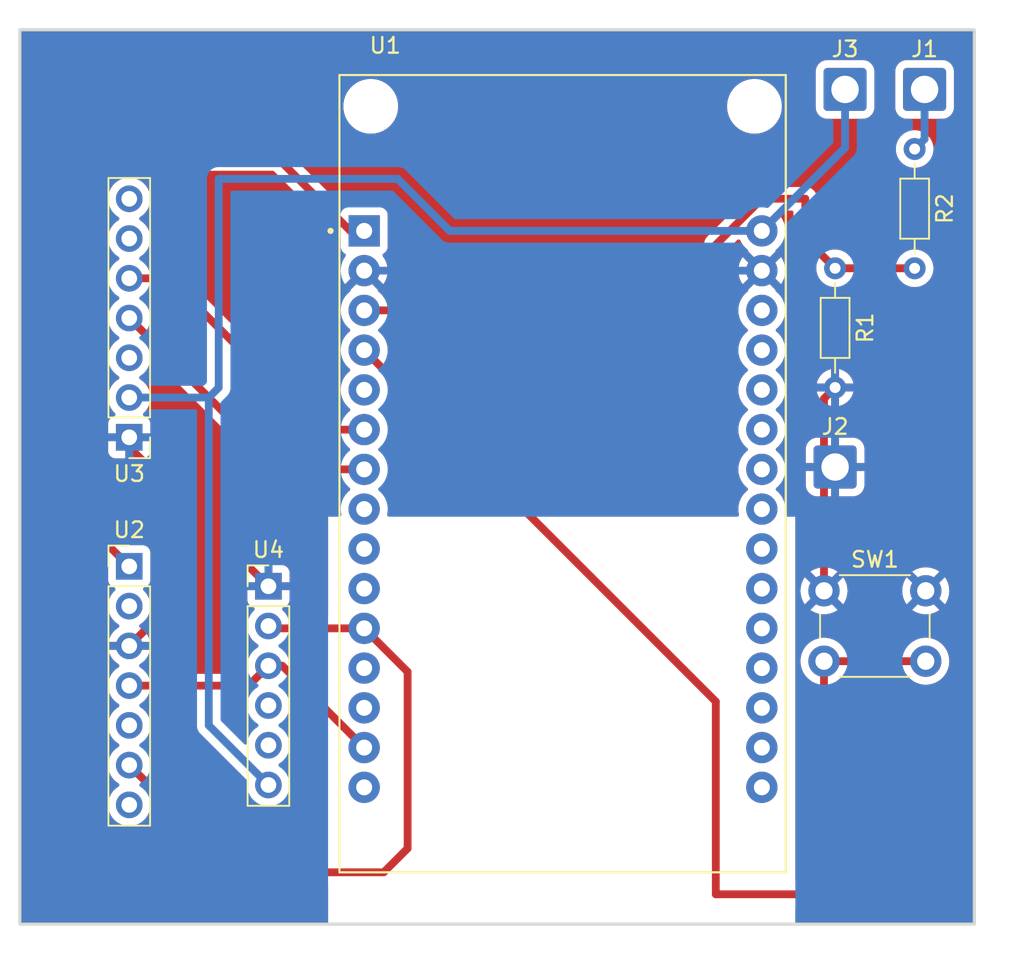
<source format=kicad_pcb>
(kicad_pcb (version 20221018) (generator pcbnew)
  (layers (0 "F.Cu" signal) (31 "B.Cu" signal) (34 "B.Paste" user) (35 "F.Paste" user) (36 "B.SilkS" user "B.Silkscreen") (37 "F.SilkS" user "F.Silkscreen") (38 "B.Mask" user) (39 "F.Mask" user) (44 "Edge.Cuts" user))
  (net 0 "")
  (net 1 "+3.3V")
  (net 2 "GND")
  (net 3 "Net-(U1-D15)")
  (net 4 "Net-(U1-D2)")
  (net 6 "Net-(U1-RX2)")
  (net 7 "Net-(U1-TX2)")
  (net 11 "Net-(U1-D21)")
  (net 14 "Net-(U1-D22)")
  (net 16 "+5V")
  (net 38 "Net-(BMS_and_STEPDOWN1-B+_BMS)")
  (net 39 "Net-(BT2--)")
  (footprint "Resistor_THT:R_Axial_DIN0204_L3.6mm_D1.6mm_P7.62mm_Horizontal" (layer "F.Cu") (at 137.16 69.85 -90)
    (fp_text reference "R1" (at 3.81 -1.92 90) (layer "F.SilkS"))
    (fp_text value "10k")
    (fp_line (start 0.94 0) (end 1.89 0) (stroke (width 0.12)) (layer "F.SilkS"))
    (fp_line (start 1.89 -0.92) (end 1.89 0.92) (stroke (width 0.12)) (layer "F.SilkS"))
    (fp_line (start 1.89 0.92) (end 5.73 0.92) (stroke (width 0.12)) (layer "F.SilkS"))
    (fp_line (start 5.73 -0.92) (end 1.89 -0.92) (stroke (width 0.12)) (layer "F.SilkS"))
    (fp_line (start 5.73 0.92) (end 5.73 -0.92) (stroke (width 0.12)) (layer "F.SilkS"))
    (fp_line (start 6.68 0) (end 5.73 0) (stroke (width 0.12)) (layer "F.SilkS"))
    (pad "1" thru_hole circle (at 0 0 270) (size 1.4 1.4) (drill 0.7) (layers "*.Cu" "*.Mask") (net 3 "Net-(U1-D15)"))
    (pad "2" thru_hole oval (at 7.62 0 270) (size 1.4 1.4) (drill 0.7) (layers "*.Cu" "*.Mask") (net 39 "Net-(BT2--)"))
  )
  (footprint "Connector_Wire:SolderWire-1sqmm_1x01_D1.4mm_OD2.7mm" (layer "F.Cu") (at 137.16 82.55)
    (fp_text reference "J2" (at 0 -2.58) (layer "F.SilkS"))
    (fp_text value "GND")
    (pad "1" thru_hole roundrect (at 0 0) (size 2.75 2.75) (drill 1.75) (layers "*.Cu" "*.Mask") (roundrect_rratio 0.090909) (net 2 "GND"))
  )
  (footprint "Connector_PinHeader_2.54mm:PinHeader_1x07_P2.54mm_Vertical" (layer "F.Cu") (at 92.075 80.65 180)
    (fp_text reference "U3" (at 0 -2.33) (layer "F.SilkS"))
    (fp_text value "pm25sensor")
    (fp_line (start -1.33 -1.33) (end 0 -1.33) (stroke (width 0.12)) (layer "F.SilkS"))
    (fp_line (start -1.33 0) (end -1.33 -1.33) (stroke (width 0.12)) (layer "F.SilkS"))
    (fp_line (start -1.33 1.27) (end -1.33 16.57) (stroke (width 0.12)) (layer "F.SilkS"))
    (fp_line (start -1.33 1.27) (end 1.33 1.27) (stroke (width 0.12)) (layer "F.SilkS"))
    (fp_line (start -1.33 16.57) (end 1.33 16.57) (stroke (width 0.12)) (layer "F.SilkS"))
    (fp_line (start 1.33 1.27) (end 1.33 16.57) (stroke (width 0.12)) (layer "F.SilkS"))
    (pad "1" thru_hole rect (at 0 0 180) (size 1.7 1.7) (drill 1) (layers "*.Cu" "*.Mask") (net 2 "GND"))
    (pad "2" thru_hole oval (at 0 2.54 180) (size 1.7 1.7) (drill 1) (layers "*.Cu" "*.Mask") (net 16 "+5V"))
    (pad "3" thru_hole oval (at 0 5.08 180) (size 1.7 1.7) (drill 1) (layers "*.Cu" "*.Mask"))
    (pad "4" thru_hole oval (at 0 7.62 180) (size 1.7 1.7) (drill 1) (layers "*.Cu" "*.Mask") (net 7 "Net-(U1-TX2)"))
    (pad "5" thru_hole oval (at 0 10.16 180) (size 1.7 1.7) (drill 1) (layers "*.Cu" "*.Mask") (net 6 "Net-(U1-RX2)"))
    (pad "6" thru_hole oval (at 0 12.7 180) (size 1.7 1.7) (drill 1) (layers "*.Cu" "*.Mask"))
    (pad "7" thru_hole oval (at 0 15.24 180) (size 1.7 1.7) (drill 1) (layers "*.Cu" "*.Mask"))
  )
  (footprint "Connector_PinHeader_2.54mm:PinHeader_1x07_P2.54mm_Vertical" (layer "F.Cu") (at 92.075 88.9)
    (fp_text reference "U2" (at 0 -2.33) (layer "F.SilkS"))
    (fp_text value "BME280")
    (fp_line (start -1.33 -1.33) (end 0 -1.33) (stroke (width 0.12)) (layer "F.SilkS"))
    (fp_line (start -1.33 0) (end -1.33 -1.33) (stroke (width 0.12)) (layer "F.SilkS"))
    (fp_line (start -1.33 1.27) (end -1.33 16.57) (stroke (width 0.12)) (layer "F.SilkS"))
    (fp_line (start -1.33 1.27) (end 1.33 1.27) (stroke (width 0.12)) (layer "F.SilkS"))
    (fp_line (start -1.33 16.57) (end 1.33 16.57) (stroke (width 0.12)) (layer "F.SilkS"))
    (fp_line (start 1.33 1.27) (end 1.33 16.57) (stroke (width 0.12)) (layer "F.SilkS"))
    (pad "1" thru_hole rect (at 0 0) (size 1.7 1.7) (drill 1) (layers "*.Cu" "*.Mask") (net 1 "+3.3V"))
    (pad "2" thru_hole oval (at 0 2.54) (size 1.7 1.7) (drill 1) (layers "*.Cu" "*.Mask"))
    (pad "3" thru_hole oval (at 0 5.08) (size 1.7 1.7) (drill 1) (layers "*.Cu" "*.Mask") (net 2 "GND"))
    (pad "4" thru_hole oval (at 0 7.62) (size 1.7 1.7) (drill 1) (layers "*.Cu" "*.Mask") (net 14 "Net-(U1-D22)"))
    (pad "5" thru_hole oval (at 0 10.16) (size 1.7 1.7) (drill 1) (layers "*.Cu" "*.Mask"))
    (pad "6" thru_hole oval (at 0 12.7) (size 1.7 1.7) (drill 1) (layers "*.Cu" "*.Mask") (net 11 "Net-(U1-D21)"))
    (pad "7" thru_hole oval (at 0 15.24) (size 1.7 1.7) (drill 1) (layers "*.Cu" "*.Mask"))
  )
  (footprint "Button_Switch_THT:SW_PUSH_6mm" (layer "F.Cu") (at 136.45 90.46)
    (fp_text reference "SW1" (at 3.25 -2) (layer "F.SilkS"))
    (fp_text value "SW_Push")
    (fp_line (start -0.25 1.5) (end -0.25 3) (stroke (width 0.12)) (layer "F.SilkS"))
    (fp_line (start 1 5.5) (end 5.5 5.5) (stroke (width 0.12)) (layer "F.SilkS"))
    (fp_line (start 5.5 -1) (end 1 -1) (stroke (width 0.12)) (layer "F.SilkS"))
    (fp_line (start 6.75 3) (end 6.75 1.5) (stroke (width 0.12)) (layer "F.SilkS"))
    (pad "1" thru_hole circle (at 0 0 90) (size 2 2) (drill 1.1) (layers "*.Cu" "*.Mask") (net 2 "GND"))
    (pad "1" thru_hole circle (at 6.5 0 90) (size 2 2) (drill 1.1) (layers "*.Cu" "*.Mask") (net 2 "GND"))
    (pad "2" thru_hole circle (at 0 4.5 90) (size 2 2) (drill 1.1) (layers "*.Cu" "*.Mask") (net 4 "Net-(U1-D2)"))
    (pad "2" thru_hole circle (at 6.5 4.5 90) (size 2 2) (drill 1.1) (layers "*.Cu" "*.Mask") (net 4 "Net-(U1-D2)"))
  )
  (footprint "Resistor_THT:R_Axial_DIN0204_L3.6mm_D1.6mm_P7.62mm_Horizontal" (layer "F.Cu") (at 142.24 62.23 -90)
    (fp_text reference "R2" (at 3.81 -1.92 90) (layer "F.SilkS"))
    (fp_text value "20k")
    (fp_line (start 0.94 0) (end 1.89 0) (stroke (width 0.12)) (layer "F.SilkS"))
    (fp_line (start 1.89 -0.92) (end 1.89 0.92) (stroke (width 0.12)) (layer "F.SilkS"))
    (fp_line (start 1.89 0.92) (end 5.73 0.92) (stroke (width 0.12)) (layer "F.SilkS"))
    (fp_line (start 5.73 -0.92) (end 1.89 -0.92) (stroke (width 0.12)) (layer "F.SilkS"))
    (fp_line (start 5.73 0.92) (end 5.73 -0.92) (stroke (width 0.12)) (layer "F.SilkS"))
    (fp_line (start 6.68 0) (end 5.73 0) (stroke (width 0.12)) (layer "F.SilkS"))
    (pad "1" thru_hole circle (at 0 0 270) (size 1.4 1.4) (drill 0.7) (layers "*.Cu" "*.Mask") (net 38 "Net-(BMS_and_STEPDOWN1-B+_BMS)"))
    (pad "2" thru_hole oval (at 7.62 0 270) (size 1.4 1.4) (drill 0.7) (layers "*.Cu" "*.Mask") (net 3 "Net-(U1-D15)"))
  )
  (footprint "ESP32-DEVKIT-V1:MODULE_ESP32_DEVKIT_V1" (layer "F.Cu") (at 119.78 82.975)
    (fp_text reference "U1" (at -11.355 -27.36) (layer "F.SilkS"))
    (fp_text value "ESP32-DEVKIT-V1")
    (fp_line (start -14.28 -25.475) (end -3.211 -25.475) (stroke (width 0.127)) (layer "F.SilkS"))
    (fp_line (start -14.28 -25.475) (end 14.23 -25.475) (stroke (width 0.127)) (layer "F.SilkS"))
    (fp_line (start -14.28 25.475) (end -14.28 -25.475) (stroke (width 0.127)) (layer "F.SilkS"))
    (fp_line (start -14.28 25.475) (end -14.28 -25.475) (stroke (width 0.127)) (layer "F.SilkS"))
    (fp_line (start -14.28 25.475) (end -8.91 25.475) (stroke (width 0.127)) (layer "F.SilkS"))
    (fp_line (start -8.91 25.475) (end 8.78 25.475) (stroke (width 0.127)) (layer "F.SilkS"))
    (fp_line (start -3.211 -25.475) (end 3.5 -25.475) (stroke (width 0.127)) (layer "F.SilkS"))
    (fp_line (start 3.5 -25.475) (end 14.23 -25.475) (stroke (width 0.127)) (layer "F.SilkS"))
    (fp_line (start 8.78 25.475) (end 14.23 25.475) (stroke (width 0.127)) (layer "F.SilkS"))
    (fp_line (start 14.23 -25.475) (end 14.23 25.475) (stroke (width 0.127)) (layer "F.SilkS"))
    (fp_line (start 14.23 -25.475) (end 14.23 25.475) (stroke (width 0.127)) (layer "F.SilkS"))
    (fp_line (start 14.23 25.475) (end -14.28 25.475) (stroke (width 0.127)) (layer "F.SilkS"))
    (fp_circle (center -14.85 -15.515) (end -14.75 -15.515) (stroke (width 0.2)) (fill none) (layer "F.SilkS"))
    (pad "" np_thru_hole circle (at -12.28 -23.475) (size 3 3) (drill 3) (layers "*.Cu" "*.Mask"))
    (pad "" np_thru_hole circle (at -12.28 23.475) (size 3 3) (drill 3) (layers "*.Cu" "*.Mask"))
    (pad "" np_thru_hole circle (at 12.23 -23.475) (size 3 3) (drill 3) (layers "*.Cu" "*.Mask"))
    (pad "" np_thru_hole circle (at 12.23 23.475) (size 3 3) (drill 3) (layers "*.Cu" "*.Mask"))
    (pad "1" thru_hole rect (at -12.7 -15.515) (size 2 2) (drill 1.02) (layers "*.Cu" "*.Mask") (net 1 "+3.3V"))
    (pad "2" thru_hole circle (at -12.7 -12.975) (size 2 2) (drill 1.02) (layers "*.Cu" "*.Mask") (net 2 "GND"))
    (pad "3" thru_hole circle (at -12.7 -10.435) (size 2 2) (drill 1.02) (layers "*.Cu" "*.Mask") (net 3 "Net-(U1-D15)"))
    (pad "4" thru_hole circle (at -12.7 -7.895) (size 2 2) (drill 1.02) (layers "*.Cu" "*.Mask") (net 4 "Net-(U1-D2)"))
    (pad "5" thru_hole circle (at -12.7 -5.355) (size 2 2) (drill 1.02) (layers "*.Cu" "*.Mask"))
    (pad "6" thru_hole circle (at -12.7 -2.815) (size 2 2) (drill 1.02) (layers "*.Cu" "*.Mask") (net 6 "Net-(U1-RX2)"))
    (pad "7" thru_hole circle (at -12.7 -0.275) (size 2 2) (drill 1.02) (layers "*.Cu" "*.Mask") (net 7 "Net-(U1-TX2)"))
    (pad "8" thru_hole circle (at -12.7 2.265) (size 2 2) (drill 1.02) (layers "*.Cu" "*.Mask"))
    (pad "9" thru_hole circle (at -12.7 4.805) (size 2 2) (drill 1.02) (layers "*.Cu" "*.Mask"))
    (pad "10" thru_hole circle (at -12.7 7.345) (size 2 2) (drill 1.02) (layers "*.Cu" "*.Mask"))
    (pad "11" thru_hole circle (at -12.7 9.885) (size 2 2) (drill 1.02) (layers "*.Cu" "*.Mask") (net 11 "Net-(U1-D21)"))
    (pad "12" thru_hole circle (at -12.7 12.425) (size 2 2) (drill 1.02) (layers "*.Cu" "*.Mask"))
    (pad "13" thru_hole circle (at -12.7 14.965) (size 2 2) (drill 1.02) (layers "*.Cu" "*.Mask"))
    (pad "14" thru_hole circle (at -12.7 17.505) (size 2 2) (drill 1.02) (layers "*.Cu" "*.Mask") (net 14 "Net-(U1-D22)"))
    (pad "15" thru_hole circle (at -12.7 20.045) (size 2 2) (drill 1.02) (layers "*.Cu" "*.Mask"))
    (pad "16" thru_hole circle (at 12.7 20.045) (size 2 2) (drill 1.02) (layers "*.Cu" "*.Mask"))
    (pad "17" thru_hole circle (at 12.7 17.505) (size 2 2) (drill 1.02) (layers "*.Cu" "*.Mask"))
    (pad "18" thru_hole circle (at 12.7 14.965) (size 2 2) (drill 1.02) (layers "*.Cu" "*.Mask"))
    (pad "19" thru_hole circle (at 12.7 12.425) (size 2 2) (drill 1.02) (layers "*.Cu" "*.Mask"))
    (pad "20" thru_hole circle (at 12.7 9.885) (size 2 2) (drill 1.02) (layers "*.Cu" "*.Mask"))
    (pad "21" thru_hole circle (at 12.7 7.345) (size 2 2) (drill 1.02) (layers "*.Cu" "*.Mask"))
    (pad "22" thru_hole circle (at 12.7 4.805) (size 2 2) (drill 1.02) (layers "*.Cu" "*.Mask"))
    (pad "23" thru_hole circle (at 12.7 2.265) (size 2 2) (drill 1.02) (layers "*.Cu" "*.Mask"))
    (pad "24" thru_hole circle (at 12.7 -0.275) (size 2 2) (drill 1.02) (layers "*.Cu" "*.Mask"))
    (pad "25" thru_hole circle (at 12.7 -2.815) (size 2 2) (drill 1.02) (layers "*.Cu" "*.Mask"))
    (pad "26" thru_hole circle (at 12.7 -5.355) (size 2 2) (drill 1.02) (layers "*.Cu" "*.Mask"))
    (pad "27" thru_hole circle (at 12.7 -7.895) (size 2 2) (drill 1.02) (layers "*.Cu" "*.Mask"))
    (pad "28" thru_hole circle (at 12.7 -10.435) (size 2 2) (drill 1.02) (layers "*.Cu" "*.Mask"))
    (pad "29" thru_hole circle (at 12.7 -12.975) (size 2 2) (drill 1.02) (layers "*.Cu" "*.Mask") (net 2 "GND"))
    (pad "30" thru_hole circle (at 12.7 -15.515) (size 2 2) (drill 1.02) (layers "*.Cu" "*.Mask") (net 16 "+5V"))
    (zone (net 0) (net_name "") (layer "F.Cu") (connect_pads (clearance 0)) (min_thickness 0.01)
      (keepout (tracks not_allowed) (vias not_allowed) (pads not_allowed) (copperpour not_allowed) (footprints allowed))
      (fill (thermal_gap 0.508) (thermal_bridge_width 0.508))
      (polygon (pts (xy 110.87 101.96) (xy 128.56 101.96) (xy 128.56 108.45) (xy 110.87 108.45)))
    )
    (zone (net 0) (net_name "") (layer "B.Cu") (connect_pads (clearance 0)) (min_thickness 0.01)
      (keepout (tracks not_allowed) (vias not_allowed) (pads not_allowed) (copperpour not_allowed) (footprints allowed))
      (fill (thermal_gap 0.508) (thermal_bridge_width 0.508))
      (polygon (pts (xy 110.87 101.96) (xy 128.56 101.96) (xy 128.56 108.45) (xy 110.87 108.45)))
    )
  )
  (footprint "Connector_PinHeader_2.54mm:PinHeader_1x06_P2.54mm_Vertical" (layer "F.Cu") (at 100.965 90.17)
    (fp_text reference "U4" (at 0 -2.33) (layer "F.SilkS"))
    (fp_text value "lidar")
    (fp_line (start -1.33 -1.33) (end 0 -1.33) (stroke (width 0.12)) (layer "F.SilkS"))
    (fp_line (start -1.33 0) (end -1.33 -1.33) (stroke (width 0.12)) (layer "F.SilkS"))
    (fp_line (start -1.33 1.27) (end -1.33 14.03) (stroke (width 0.12)) (layer "F.SilkS"))
    (fp_line (start -1.33 1.27) (end 1.33 1.27) (stroke (width 0.12)) (layer "F.SilkS"))
    (fp_line (start -1.33 14.03) (end 1.33 14.03) (stroke (width 0.12)) (layer "F.SilkS"))
    (fp_line (start 1.33 1.27) (end 1.33 14.03) (stroke (width 0.12)) (layer "F.SilkS"))
    (pad "1" thru_hole rect (at 0 0) (size 1.7 1.7) (drill 1) (layers "*.Cu" "*.Mask") (net 2 "GND"))
    (pad "2" thru_hole oval (at 0 2.54) (size 1.7 1.7) (drill 1) (layers "*.Cu" "*.Mask") (net 11 "Net-(U1-D21)"))
    (pad "3" thru_hole oval (at 0 5.08) (size 1.7 1.7) (drill 1) (layers "*.Cu" "*.Mask") (net 14 "Net-(U1-D22)"))
    (pad "4" thru_hole oval (at 0 7.62) (size 1.7 1.7) (drill 1) (layers "*.Cu" "*.Mask"))
    (pad "5" thru_hole oval (at 0 10.16) (size 1.7 1.7) (drill 1) (layers "*.Cu" "*.Mask"))
    (pad "6" thru_hole oval (at 0 12.7) (size 1.7 1.7) (drill 1) (layers "*.Cu" "*.Mask") (net 16 "+5V"))
  )
  (footprint "Connector_Wire:SolderWire-1sqmm_1x01_D1.4mm_OD2.7mm" (layer "F.Cu") (at 142.875 58.42)
    (fp_text reference "J1" (at 0 -2.58) (layer "F.SilkS"))
    (fp_text value "Bat+")
    (pad "1" thru_hole roundrect (at 0 0) (size 2.75 2.75) (drill 1.75) (layers "*.Cu" "*.Mask") (roundrect_rratio 0.090909) (net 38 "Net-(BMS_and_STEPDOWN1-B+_BMS)"))
  )
  (footprint "Connector_Wire:SolderWire-1sqmm_1x01_D1.4mm_OD2.7mm" (layer "F.Cu") (at 137.795 58.42)
    (fp_text reference "J3" (at 0 -2.58) (layer "F.SilkS"))
    (fp_text value "5V")
    (pad "1" thru_hole roundrect (at 0 0) (size 2.75 2.75) (drill 1.75) (layers "*.Cu" "*.Mask") (roundrect_rratio 0.090909) (net 16 "+5V"))
  )
  (gr_rect (start 85.09 54.61) (end 146.05 111.76) (stroke (width 0.2)) (fill none) (layer "Edge.Cuts"))
  (segment (start 88.9 62.865) (end 101.6 62.865) (width 0.5) (layer "F.Cu") (net 1))
  (segment (start 88.265 72.461522) (end 88.9 71.826522) (width 0.5) (layer "F.Cu") (net 1))
  (segment (start 88.9 71.826522) (end 88.9 62.865) (width 0.5) (layer "F.Cu") (net 1))
  (segment (start 92.075 88.9) (end 88.265 85.09) (width 0.5) (layer "F.Cu") (net 1))
  (segment (start 101.6 62.865) (end 106.195 67.46) (width 0.5) (layer "F.Cu") (net 1))
  (segment (start 88.265 85.09) (end 88.265 72.461522) (width 0.5) (layer "F.Cu") (net 1))
  (segment (start 106.195 67.46) (end 107.08 67.46) (width 0.5) (layer "F.Cu") (net 1))
  (segment (start 136.45 90.46) (end 136.45 78.18) (width 0.5) (layer "F.Cu") (net 2))
  (segment (start 137.16 74.68) (end 137.16 77.47) (width 0.5) (layer "F.Cu") (net 2))
  (segment (start 100.965 90.17) (end 95.885 90.17) (width 0.5) (layer "F.Cu") (net 2))
  (segment (start 136.45 78.18) (end 137.16 77.47) (width 0.5) (layer "F.Cu") (net 2))
  (segment (start 95.885 90.17) (end 92.075 93.98) (width 0.5) (layer "F.Cu") (net 2))
  (segment (start 92.075 80.65) (end 92.075 81.28) (width 0.5) (layer "F.Cu") (net 2))
  (segment (start 92.075 81.28) (end 100.965 90.17) (width 0.5) (layer "F.Cu") (net 2))
  (segment (start 132.48 70) (end 137.16 74.68) (width 0.5) (layer "F.Cu") (net 2))
  (segment (start 132.48 70) (end 107.08 70) (width 0.5) (layer "B.Cu") (net 2))
  (segment (start 107.08 70) (end 100.965 76.115) (width 0.5) (layer "B.Cu") (net 2))
  (segment (start 100.965 76.115) (end 100.965 90.17) (width 0.5) (layer "B.Cu") (net 2))
  (segment (start 135.255 67.945) (end 137.16 69.85) (width 0.5) (layer "F.Cu") (net 3))
  (segment (start 129.39 72.54) (end 107.08 72.54) (width 0.5) (layer "F.Cu") (net 3))
  (segment (start 129.54 72.39) (end 129.39 72.54) (width 0.5) (layer "F.Cu") (net 3))
  (segment (start 135.255 65.405) (end 132.48439 65.405) (width 0.5) (layer "F.Cu") (net 3))
  (segment (start 129.54 68.34939) (end 129.54 72.39) (width 0.5) (layer "F.Cu") (net 3))
  (segment (start 132.48439 65.405) (end 129.54 68.34939) (width 0.5) (layer "F.Cu") (net 3))
  (segment (start 135.255 65.405) (end 135.255 67.945) (width 0.5) (layer "F.Cu") (net 3))
  (segment (start 142.24 69.85) (end 137.16 69.85) (width 0.5) (layer "F.Cu") (net 3))
  (segment (start 136.45 94.96) (end 142.95 94.96) (width 0.5) (layer "F.Cu") (net 4))
  (segment (start 136.45 94.96) (end 136.45 109.295) (width 0.5) (layer "F.Cu") (net 4))
  (segment (start 129.54 109.855) (end 129.54 97.54) (width 0.5) (layer "F.Cu") (net 4))
  (segment (start 135.89 109.855) (end 129.54 109.855) (width 0.5) (layer "F.Cu") (net 4))
  (segment (start 129.54 97.54) (end 107.08 75.08) (width 0.5) (layer "F.Cu") (net 4))
  (segment (start 136.45 109.295) (end 135.89 109.855) (width 0.5) (layer "F.Cu") (net 4))
  (segment (start 94.615 70.485) (end 94.61 70.49) (width 0.5) (layer "F.Cu") (net 6))
  (segment (start 107.08 80.16) (end 104.29 80.16) (width 0.5) (layer "F.Cu") (net 6))
  (segment (start 104.29 80.16) (end 94.615 70.485) (width 0.5) (layer "F.Cu") (net 6))
  (segment (start 94.61 70.49) (end 92.075 70.49) (width 0.5) (layer "F.Cu") (net 6))
  (segment (start 92.075 73.03) (end 101.745 82.7) (width 0.5) (layer "F.Cu") (net 7))
  (segment (start 101.745 82.7) (end 107.08 82.7) (width 0.5) (layer "F.Cu") (net 7))
  (segment (start 92.075 101.6) (end 98.925 108.45) (width 0.5) (layer "F.Cu") (net 11))
  (segment (start 101.115 92.86) (end 100.965 92.71) (width 0.5) (layer "F.Cu") (net 11))
  (segment (start 109.855 106.923427) (end 109.855 95.635) (width 0.5) (layer "F.Cu") (net 11))
  (segment (start 98.925 108.45) (end 108.328427 108.45) (width 0.5) (layer "F.Cu") (net 11))
  (segment (start 108.328427 108.45) (end 109.855 106.923427) (width 0.5) (layer "F.Cu") (net 11))
  (segment (start 107.08 92.86) (end 101.115 92.86) (width 0.5) (layer "F.Cu") (net 11))
  (segment (start 109.855 95.635) (end 107.08 92.86) (width 0.5) (layer "F.Cu") (net 11))
  (segment (start 100.965 95.25) (end 99.695 96.52) (width 0.5) (layer "F.Cu") (net 14))
  (segment (start 101.85 95.25) (end 100.965 95.25) (width 0.5) (layer "F.Cu") (net 14))
  (segment (start 99.695 96.52) (end 92.075 96.52) (width 0.5) (layer "F.Cu") (net 14))
  (segment (start 107.08 100.48) (end 101.85 95.25) (width 0.5) (layer "F.Cu") (net 14))
  (segment (start 137.795 62.145) (end 132.48 67.46) (width 0.5) (layer "B.Cu") (net 16))
  (segment (start 97.15 78.11) (end 92.075 78.11) (width 0.5) (layer "B.Cu") (net 16))
  (segment (start 97.155 78.105) (end 97.15 78.11) (width 0.5) (layer "B.Cu") (net 16))
  (segment (start 137.795 58.42) (end 137.795 62.145) (width 0.5) (layer "B.Cu") (net 16))
  (segment (start 112.545 67.46) (end 109.22 64.135) (width 0.5) (layer "B.Cu") (net 16))
  (segment (start 97.79 77.47) (end 97.15 78.11) (width 0.5) (layer "B.Cu") (net 16))
  (segment (start 109.22 64.135) (end 97.79 64.135) (width 0.5) (layer "B.Cu") (net 16))
  (segment (start 97.155 99.06) (end 97.155 78.105) (width 0.5) (layer "B.Cu") (net 16))
  (segment (start 100.965 102.87) (end 97.155 99.06) (width 0.5) (layer "B.Cu") (net 16))
  (segment (start 97.79 64.135) (end 97.79 77.47) (width 0.5) (layer "B.Cu") (net 16))
  (segment (start 132.48 67.46) (end 112.545 67.46) (width 0.5) (layer "B.Cu") (net 16))
  (segment (start 142.875 58.42) (end 142.875 61.595) (width 0.5) (layer "B.Cu") (net 38))
  (segment (start 142.875 61.595) (end 142.24 62.23) (width 0.5) (layer "B.Cu") (net 38))
  (zone (net 2) (net_name "GND") (layers "F&B.Cu") (connect_pads (clearance 0.5)) (min_thickness 0.25) (fill yes (thermal_gap 0.5) (thermal_bridge_width 0.5))
    (polygon (pts (xy 149.225 52.705) (xy 83.82 52.705) (xy 83.82 114.3) (xy 104.775 114.3) (xy 104.775 85.725) (xy 134.62 85.725) (xy 134.62 113.03) (xy 149.225 113.03)))
  )
)
</source>
